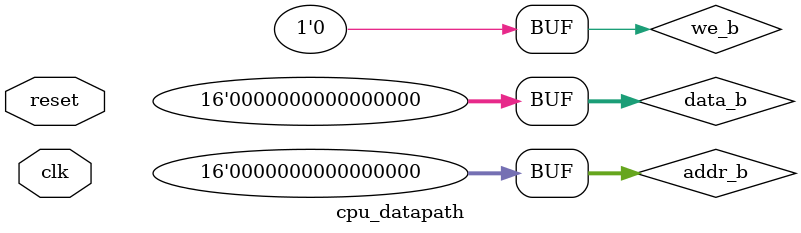
<source format=v>
`timescale 1ns / 1ps

// Instantiates all modules and creates muxes
module cpu_datapath(clk, reset);
	// Global wires
	input wire clk, reset;

	// Set up bram wires
	wire [15:0] data_a, data_b;
	wire [15:0] addr_b;
	wire we_a, we_b;
	wire [15:0] q_a, q_b;
	
	// Set up ALU wires
	wire [15:0] DST, SRC, ALUOutput;
	wire [7:0] Immediate, Opcode;
	wire [4:0] ALUFlags;
	
	// Set up register wires
	wire [15:0] RegEnable;
	wire [15:0] RegWire [15:0];
	wire [4:0] FlagsEnable;
	wire [4:0] RegFlags;
	
	// Set up select lines
	wire [3:0] mux_A, mux_B;
	wire ld_mux, pc_mux;
	
	// Set up PC wires
	wire PCEnable;
	wire [15:0] PCOut, PCIn;
	
	// Set up mux output wires
	wire [15:0] LoadMuxOut;
	wire [15:0] PCMuxOut;
	
	// Generate muxes and assign values to wires
	assign DST = RegWire[mux_A];
	assign SRC = RegWire[mux_B];
	assign PCMuxOut = (~reset & pc_mux) ? SRC : PCOut;
	assign LoadMuxOut = ld_mux ? q_a : ALUOutput;
	
	// Create a simple adder for the program counter
	assign PCIn = PCOut + 1'b1;

	// Connect DST to data_a
	assign data_a = DST;
	
	// Assign dummy values for unhooked up components
	assign addr_b = 16'b0;
	assign data_b = 16'b0;
	assign we_b = 1'b0;
	
	// Instantiate our modules
	flags FlagsRegUnit(clk, reset, FlagsEnable, ALUFlags, RegFlags);
	ALU ALUUnit(DST, SRC, Immediate, ALUOutput, RegFlags[3], Opcode, ALUFlags);
	Bram BlockRam(data_a, data_b, PCMuxOut, addr_b, we_a, we_b, clk, q_a, q_b);
	control_fsm FSMUnit(clk, reset, q_a, ld_mux, pc_mux, mux_A, mux_B, Opcode, RegEnable, FlagsEnable, PCEnable, we_a, Immediate);
	program_counter PC(clk, reset, PCEnable, PCIn, PCOut);
	RegFile RegFileUnit(LoadMuxOut, RegWire[0], RegWire[1], RegWire[2], RegWire[3],
										RegWire[4], RegWire[5], RegWire[6], RegWire[7],
										RegWire[8], RegWire[9], RegWire[10], RegWire[11],
										RegWire[12], RegWire[13], RegWire[14], RegWire[15],
										RegEnable, clk, reset);	
										
	
endmodule

</source>
